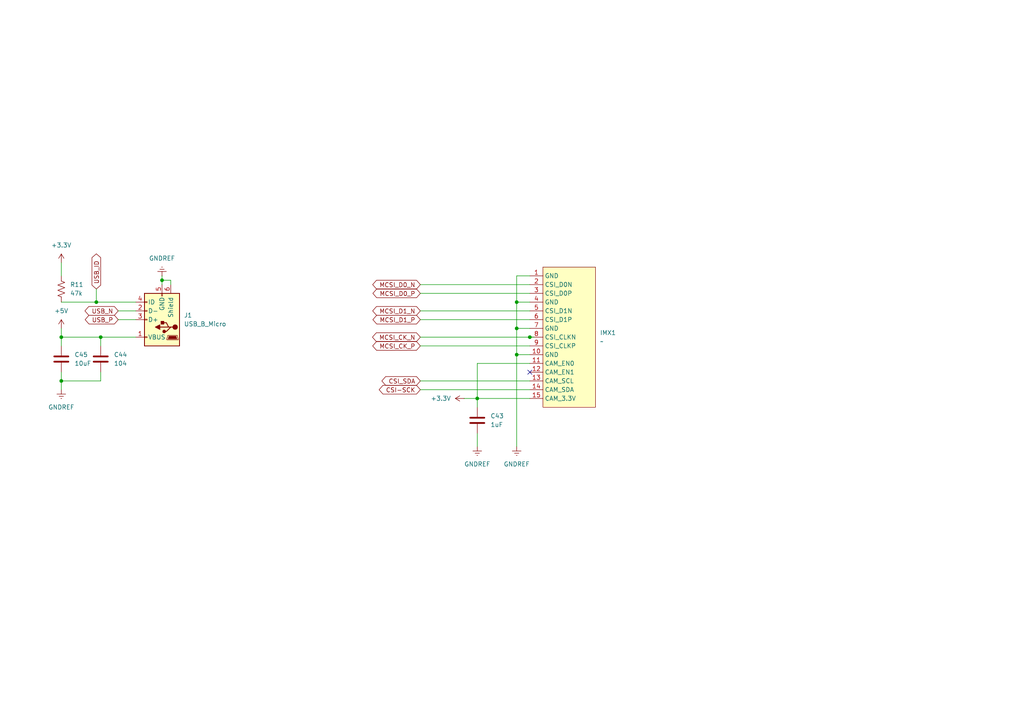
<source format=kicad_sch>
(kicad_sch (version 20250114) (generator "eeschema") (generator_version "9.0")
  (paper "A4")
  (lib_symbols
    (symbol "Connector:USB_B_Micro" (pin_names (offset 1.016))
      (property "Reference" "J" (at -5.08 11.43 0))
      (property "Value" "USB_B_Micro" (at -5.08 8.89 0))
      (symbol "USB_B_Micro_0_1"
        (rectangle (start -5.08 -7.62) (end 5.08 7.62) (stroke (width 0.254)) (fill (type background)))
        (polyline (pts (xy -4.699 5.842) (xy -4.699 5.588) (xy -4.445 4.826) (xy -4.445 4.572) (xy -1.651 4.572) (xy -1.651 4.826) (xy -1.397 5.588) (xy -1.397 5.842) (xy -4.699 5.842)))
        (polyline (pts (xy -4.318 5.588) (xy -1.778 5.588) (xy -2.032 4.826) (xy -4.064 4.826) (xy -4.318 5.588)) (fill (type outline)))
        (circle (center -3.81 2.159) (radius 0.635) (stroke (width 0.254)) (fill (type outline)))
        (polyline (pts (xy -3.175 2.159) (xy -2.54 2.159) (xy -1.27 3.429) (xy -0.635 3.429)) (stroke (width 0.254)))
        (polyline (pts (xy -2.54 2.159) (xy -1.905 2.159) (xy -1.27 0.889) (xy 0 0.889)) (stroke (width 0.254)))
        (polyline (pts (xy -1.905 2.159) (xy 0.635 2.159)) (stroke (width 0.254)))
        (circle (center -0.635 3.429) (radius 0.381) (stroke (width 0.254)) (fill (type outline)))
        (rectangle (start -0.127 -7.62) (end 0.127 -6.858))
        (rectangle (start 0.254 1.27) (end -0.508 0.508) (stroke (width 0.254)) (fill (type outline)))
        (polyline (pts (xy 0.635 2.794) (xy 0.635 1.524) (xy 1.905 2.159) (xy 0.635 2.794)) (stroke (width 0.254)) (fill (type outline)))
        (rectangle (start 5.08 4.953) (end 4.318 5.207))
        (rectangle (start 5.08 -0.127) (end 4.318 0.127))
        (rectangle (start 5.08 -2.667) (end 4.318 -2.413))
        (rectangle (start 5.08 -5.207) (end 4.318 -4.953))
      )
      (symbol "USB_B_Micro_1_1"
        (pin passive line (at -2.54 -10.16 90) (length 2.54) (name "Shield") (number "6"))
        (pin power_out line (at 0 -10.16 90) (length 2.54) (name "GND") (number "5"))
        (pin power_out line (at 7.62 5.08 180) (length 2.54) (name "VBUS") (number "1"))
        (pin bidirectional line (at 7.62 0 180) (length 2.54) (name "D+") (number "3"))
        (pin bidirectional line (at 7.62 -2.54 180) (length 2.54) (name "D-") (number "2"))
        (pin passive line (at 7.62 -5.08 180) (length 2.54) (name "ID") (number "4"))
      )
    )
    (symbol "Device:C" (pin_numbers (hide yes)) (pin_names (offset 0.254))
      (property "Reference" "C" (at 0.635 2.54 0))
      (property "Value" "C" (at 0.635 -2.54 0))
      (symbol "C_0_1"
        (polyline (pts (xy -2.032 0.762) (xy 2.032 0.762)) (stroke (width 0.508)))
        (polyline (pts (xy -2.032 -0.762) (xy 2.032 -0.762)) (stroke (width 0.508)))
      )
      (symbol "C_1_1"
        (pin passive line (at 0 3.81 270) (length 2.794) (name "~") (number "1"))
        (pin passive line (at 0 -3.81 90) (length 2.794) (name "~") (number "2"))
      )
    )
    (symbol "Device:R_US" (pin_numbers (hide yes)) (pin_names (offset 0))
      (property "Reference" "R" (at 2.54 0 90))
      (property "Value" "R_US" (at -2.54 0 90))
      (symbol "R_US_0_1"
        (polyline (pts (xy 0 2.286) (xy 0 2.54)))
        (polyline (pts (xy 0 2.286) (xy 1.016 1.905) (xy 0 1.524) (xy -1.016 1.143) (xy 0 0.762)))
        (polyline (pts (xy 0 0.762) (xy 1.016 0.381) (xy 0 0) (xy -1.016 -0.381) (xy 0 -0.762)))
        (polyline (pts (xy 0 -0.762) (xy 1.016 -1.143) (xy 0 -1.524) (xy -1.016 -1.905) (xy 0 -2.286)))
        (polyline (pts (xy 0 -2.286) (xy 0 -2.54)))
      )
      (symbol "R_US_1_1"
        (pin passive line (at 0 3.81 270) (length 1.27) (name "~") (number "1"))
        (pin passive line (at 0 -3.81 90) (length 1.27) (name "~") (number "2"))
      )
    )
    (symbol "custom_chips:IMX219_Camera"
      (property "Reference" "IMX219" (at 6.604 21.844 0))
      (symbol "IMX219_Camera_1_1"
        (rectangle (start -5.08 20.32) (end 10.16 -20.32) (fill (type background)))
        (pin power_in line (at -8.89 17.78 0) (length 3.81) (name "GND") (number "1"))
        (pin bidirectional line (at -8.89 15.24 0) (length 3.81) (name "CSI_D0N") (number "2"))
        (pin bidirectional line (at -8.89 12.7 0) (length 3.81) (name "CSI_D0P") (number "3"))
        (pin power_in line (at -8.89 10.16 0) (length 3.81) (name "GND") (number "4"))
        (pin bidirectional line (at -8.89 7.62 0) (length 3.81) (name "CSI_D1N") (number "5"))
        (pin bidirectional line (at -8.89 5.08 0) (length 3.81) (name "CSI_D1P") (number "6"))
        (pin power_in line (at -8.89 2.54 0) (length 3.81) (name "GND") (number "7"))
        (pin bidirectional line (at -8.89 0 0) (length 3.81) (name "CSI_CLKN") (number "8"))
        (pin bidirectional line (at -8.89 -2.54 0) (length 3.81) (name "CSI_CLKP") (number "9"))
        (pin power_in line (at -8.89 -5.08 0) (length 3.81) (name "GND") (number "10"))
        (pin bidirectional line (at -8.89 -7.62 0) (length 3.81) (name "CAM_EN0") (number "11"))
        (pin bidirectional line (at -8.89 -10.16 0) (length 3.81) (name "CAM_EN1") (number "12"))
        (pin bidirectional line (at -8.89 -12.7 0) (length 3.81) (name "CAM_SCL") (number "13"))
        (pin bidirectional line (at -8.89 -15.24 0) (length 3.81) (name "CAM_SDA") (number "14"))
        (pin power_in line (at -8.89 -17.78 0) (length 3.81) (name "CAM_3.3V") (number "15"))
      )
    )
    (symbol "power:+3.3V" (power) (pin_numbers (hide yes)) (pin_names (offset 0) (hide yes))
      (property "Value" "+3.3V" (at 0 3.556 0))
      (symbol "+3.3V_0_1"
        (polyline (pts (xy -0.762 1.27) (xy 0 2.54)))
        (polyline (pts (xy 0 2.54) (xy 0.762 1.27)))
        (polyline (pts (xy 0 0) (xy 0 2.54)))
      )
      (symbol "+3.3V_1_1"
        (pin power_in line (at 0 0 90) (length 0) (name "~") (number "1"))
      )
    )
    (symbol "power:+5V" (power) (pin_numbers (hide yes)) (pin_names (offset 0) (hide yes))
      (property "Value" "+5V" (at 0 3.556 0))
      (symbol "+5V_0_1"
        (polyline (pts (xy -0.762 1.27) (xy 0 2.54)))
        (polyline (pts (xy 0 2.54) (xy 0.762 1.27)))
        (polyline (pts (xy 0 0) (xy 0 2.54)))
      )
      (symbol "+5V_1_1"
        (pin power_in line (at 0 0 90) (length 0) (name "~") (number "1"))
      )
    )
    (symbol "power:GNDREF" (power) (pin_numbers (hide yes)) (pin_names (offset 0) (hide yes))
      (property "Value" "GNDREF" (at 0 -3.81 0))
      (symbol "GNDREF_0_1"
        (polyline (pts (xy -0.635 -1.905) (xy 0.635 -1.905)))
        (polyline (pts (xy -0.127 -2.54) (xy 0.127 -2.54)))
        (polyline (pts (xy 0 -1.27) (xy 0 0)))
        (polyline (pts (xy 1.27 -1.27) (xy -1.27 -1.27)))
      )
      (symbol "GNDREF_1_1"
        (pin power_in line (at 0 0 270) (length 0) (name "~") (number "1"))
      )
    )
  )
  (junction (at 17.78 110.49))
  (junction (at 149.86 87.63))
  (junction (at 46.99 81.28))
  (junction (at 149.86 102.87))
  (junction (at 17.78 97.79))
  (junction (at 149.86 95.25))
  (junction (at 27.94 87.63))
  (junction (at 138.43 115.57))
  (junction (at 29.21 97.79))
  (junction (at 153.67 97.79))
  (no_connect (at 153.67 107.95))
  (wire (pts (xy 153.67 95.25) (xy 149.86 95.25)))
  (wire (pts (xy 121.92 113.03) (xy 153.67 113.03)))
  (wire (pts (xy 17.78 107.95) (xy 17.78 110.49)))
  (wire (pts (xy 34.29 92.71) (xy 39.37 92.71)))
  (wire (pts (xy 138.43 115.57) (xy 153.67 115.57)))
  (wire (pts (xy 39.37 97.79) (xy 29.21 97.79)))
  (wire (pts (xy 49.53 81.28) (xy 46.99 81.28)))
  (wire (pts (xy 34.29 90.17) (xy 39.37 90.17)))
  (wire (pts (xy 27.94 83.82) (xy 27.94 87.63)))
  (wire (pts (xy 149.86 87.63) (xy 149.86 95.25)))
  (wire (pts (xy 17.78 76.2) (xy 17.78 80.01)))
  (wire (pts (xy 17.78 95.25) (xy 17.78 97.79)))
  (wire (pts (xy 49.53 82.55) (xy 49.53 81.28)))
  (wire (pts (xy 27.94 87.63) (xy 39.37 87.63)))
  (wire (pts (xy 134.62 115.57) (xy 138.43 115.57)))
  (wire (pts (xy 17.78 110.49) (xy 17.78 113.03)))
  (wire (pts (xy 153.67 87.63) (xy 149.86 87.63)))
  (wire (pts (xy 29.21 107.95) (xy 29.21 110.49)))
  (wire (pts (xy 138.43 105.41) (xy 138.43 115.57)))
  (wire (pts (xy 138.43 115.57) (xy 138.43 118.11)))
  (wire (pts (xy 17.78 97.79) (xy 17.78 100.33)))
  (wire (pts (xy 29.21 97.79) (xy 17.78 97.79)))
  (wire (pts (xy 29.21 97.79) (xy 29.21 100.33)))
  (wire (pts (xy 121.92 110.49) (xy 153.67 110.49)))
  (wire (pts (xy 149.86 102.87) (xy 149.86 129.54)))
  (wire (pts (xy 153.67 102.87) (xy 149.86 102.87)))
  (wire (pts (xy 46.99 80.01) (xy 46.99 81.28)))
  (wire (pts (xy 149.86 80.01) (xy 149.86 87.63)))
  (wire (pts (xy 149.86 95.25) (xy 149.86 102.87)))
  (wire (pts (xy 121.92 97.79) (xy 153.67 97.79)))
  (wire (pts (xy 153.67 105.41) (xy 138.43 105.41)))
  (wire (pts (xy 121.92 100.33) (xy 153.67 100.33)))
  (wire (pts (xy 121.92 85.09) (xy 153.67 85.09)))
  (wire (pts (xy 121.92 92.71) (xy 153.67 92.71)))
  (wire (pts (xy 46.99 81.28) (xy 46.99 82.55)))
  (wire (pts (xy 154.94 97.79) (xy 153.67 97.79)))
  (wire (pts (xy 17.78 87.63) (xy 27.94 87.63)))
  (wire (pts (xy 29.21 110.49) (xy 17.78 110.49)))
  (wire (pts (xy 153.67 80.01) (xy 149.86 80.01)))
  (wire (pts (xy 138.43 125.73) (xy 138.43 129.54)))
  (wire (pts (xy 121.92 90.17) (xy 153.67 90.17)))
  (wire (pts (xy 121.92 82.55) (xy 153.67 82.55)))
  (global_label "USB_N" (shape bidirectional) (at 34.29 90.17 180) (property "Intersheetrefs" "${INTERSHEET_REFS}" (effects (hide yes))))
  (global_label "MCSI_D0_P" (shape bidirectional) (at 121.92 85.09 180) (property "Intersheetrefs" "${INTERSHEET_REFS}" (effects (hide yes))))
  (global_label "MCSI_CK_P" (shape bidirectional) (at 121.92 100.33 180) (property "Intersheetrefs" "${INTERSHEET_REFS}" (effects (hide yes))))
  (global_label "MCSI_CK_N" (shape bidirectional) (at 121.92 97.79 180) (property "Intersheetrefs" "${INTERSHEET_REFS}" (effects (hide yes))))
  (global_label "CSI-SCK" (shape bidirectional) (at 121.92 113.03 180) (property "Intersheetrefs" "${INTERSHEET_REFS}" (effects (hide yes))))
  (global_label "USB_P" (shape bidirectional) (at 34.29 92.71 180) (property "Intersheetrefs" "${INTERSHEET_REFS}" (effects (hide yes))))
  (global_label "CSI_SDA" (shape bidirectional) (at 121.92 110.49 180) (property "Intersheetrefs" "${INTERSHEET_REFS}" (effects (hide yes))))
  (global_label "MCSI_D0_N" (shape bidirectional) (at 121.92 82.55 180) (property "Intersheetrefs" "${INTERSHEET_REFS}" (effects (hide yes))))
  (global_label "MCSI_D1_P" (shape bidirectional) (at 121.92 92.71 180) (property "Intersheetrefs" "${INTERSHEET_REFS}" (effects (hide yes))))
  (global_label "USB_ID" (shape bidirectional) (at 27.94 83.82 90) (property "Intersheetrefs" "${INTERSHEET_REFS}" (effects (hide yes))))
  (global_label "MCSI_D1_N" (shape bidirectional) (at 121.92 90.17 180) (property "Intersheetrefs" "${INTERSHEET_REFS}" (effects (hide yes))))
  (symbol (lib_id "power:+3.3V") (at 134.62 115.57 90) (unit 1)
    (property "Reference" "#PWR023" (effects (hide yes)))
    (property "Value" "+3.3V" (at 130.81 115.5699 90) (effects (justify left)))
    (property "Description" "Power symbol creates a global label with name \"+3.3V\"" (effects (hide yes)))
  )
  (symbol (lib_id "Device:C") (at 17.78 104.14 0) (unit 1)
    (property "Reference" "C45" (at 21.59 102.8699 0) (effects (justify left)))
    (property "Value" "10uF" (at 21.59 105.4099 0) (effects (justify left)))
    (property "Description" "Unpolarized capacitor" (effects (hide yes)))
  )
  (symbol (lib_id "power:GNDREF") (at 138.43 129.54 0) (unit 1)
    (property "Reference" "#PWR024" (effects (hide yes)))
    (property "Value" "GNDREF" (at 138.43 134.62 0))
    (property "Description" "Power symbol creates a global label with name \"GNDREF\" , reference supply ground" (effects (hide yes)))
  )
  (symbol (lib_id "Device:R_US") (at 17.78 83.82 0) (unit 1)
    (property "Reference" "R11" (at 20.32 82.5499 0) (effects (justify left)))
    (property "Value" "47k" (at 20.32 85.0899 0) (effects (justify left)))
    (property "Description" "Resistor, US symbol" (effects (hide yes)))
  )
  (symbol (lib_id "Device:C") (at 138.43 121.92 0) (unit 1)
    (property "Reference" "C43" (at 142.24 120.6499 0) (effects (justify left)))
    (property "Value" "1uF" (at 142.24 123.1899 0) (effects (justify left)))
    (property "Description" "Unpolarized capacitor" (effects (hide yes)))
  )
  (symbol (lib_id "power:GNDREF") (at 17.78 113.03 0) (unit 1)
    (property "Reference" "#PWR030" (effects (hide yes)))
    (property "Value" "GNDREF" (at 17.78 118.11 0))
    (property "Description" "Power symbol creates a global label with name \"GNDREF\" , reference supply ground" (effects (hide yes)))
  )
  (symbol (lib_id "power:+3.3V") (at 17.78 76.2 0) (unit 1)
    (property "Reference" "#PWR032" (effects (hide yes)))
    (property "Value" "+3.3V" (at 17.78 71.12 0))
    (property "Description" "Power symbol creates a global label with name \"+3.3V\"" (effects (hide yes)))
  )
  (symbol (lib_id "power:GNDREF") (at 46.99 80.01 180) (unit 1)
    (property "Reference" "#PWR029" (effects (hide yes)))
    (property "Value" "GNDREF" (at 46.99 74.93 0))
    (property "Description" "Power symbol creates a global label with name \"GNDREF\" , reference supply ground" (effects (hide yes)))
  )
  (symbol (lib_id "Connector:USB_B_Micro") (at 46.99 92.71 180) (unit 1)
    (property "Reference" "J1" (at 53.34 91.4399 0) (effects (justify right)))
    (property "Value" "USB_B_Micro" (at 53.34 93.9799 0) (effects (justify right)))
    (property "Description" "USB Micro Type B connector" (effects (hide yes)))
  )
  (symbol (lib_id "power:GNDREF") (at 149.86 129.54 0) (unit 1)
    (property "Reference" "#PWR022" (effects (hide yes)))
    (property "Value" "GNDREF" (at 149.86 134.62 0))
    (property "Description" "Power symbol creates a global label with name \"GNDREF\" , reference supply ground" (effects (hide yes)))
  )
  (symbol (lib_id "custom_chips:IMX219_Camera") (at 162.56 97.79 0) (unit 1)
    (property "Reference" "IMX1" (at 173.99 96.5199 0) (effects (justify left)))
    (property "Value" "~" (at 173.99 99.0599 0) (effects (justify left)))
  )
  (symbol (lib_id "Device:C") (at 29.21 104.14 0) (unit 1)
    (property "Reference" "C44" (at 33.02 102.8699 0) (effects (justify left)))
    (property "Value" "104" (at 33.02 105.4099 0) (effects (justify left)))
    (property "Description" "Unpolarized capacitor" (effects (hide yes)))
  )
  (symbol (lib_id "power:+5V") (at 17.78 95.25 0) (unit 1)
    (property "Reference" "#PWR031" (effects (hide yes)))
    (property "Value" "+5V" (at 17.78 90.17 0))
    (property "Description" "Power symbol creates a global label with name \"+5V\"" (effects (hide yes)))
  )
)
</source>
